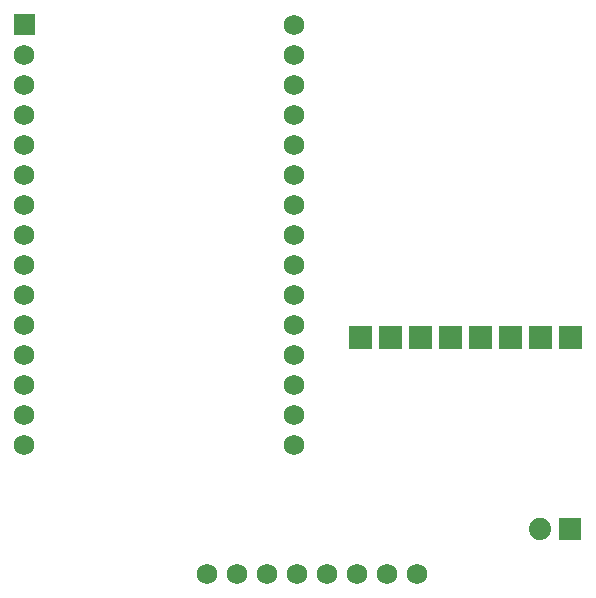
<source format=gbs>
G04 Layer: BottomSolderMaskLayer*
G04 EasyEDA v6.1.52, Mon, 08 Jul 2019 10:21:38 GMT*
G04 5413f9b5b7f849b2b35cf240694ed7f1,988ceec4d1f441188f864a740997233d,10*
G04 Gerber Generator version 0.2*
G04 Scale: 100 percent, Rotated: No, Reflected: No *
G04 Dimensions in millimeters *
G04 leading zeros omitted , absolute positions ,3 integer and 3 decimal *
%FSLAX33Y33*%
%MOMM*%
G90*
G71D02*

%ADD26C,1.727200*%
%ADD27R,1.879600X1.879600*%
%ADD28C,1.879600*%

%LPD*%
G36*
G01X31267Y33959D02*
G01X31267Y35941D01*
G01X33248Y35941D01*
G01X33248Y33959D01*
G01X31267Y33959D01*
G37*
G36*
G01X33807Y33959D02*
G01X33807Y35941D01*
G01X35788Y35941D01*
G01X35788Y33959D01*
G01X33807Y33959D01*
G37*
G36*
G01X36347Y33959D02*
G01X36347Y35941D01*
G01X38328Y35941D01*
G01X38328Y33959D01*
G01X36347Y33959D01*
G37*
G36*
G01X38887Y33959D02*
G01X38887Y35941D01*
G01X40868Y35941D01*
G01X40868Y33959D01*
G01X38887Y33959D01*
G37*
G36*
G01X41427Y33959D02*
G01X41427Y35941D01*
G01X43408Y35941D01*
G01X43408Y33959D01*
G01X41427Y33959D01*
G37*
G36*
G01X43967Y33959D02*
G01X43967Y35941D01*
G01X45948Y35941D01*
G01X45948Y33959D01*
G01X43967Y33959D01*
G37*
G36*
G01X46507Y33959D02*
G01X46507Y35941D01*
G01X48488Y35941D01*
G01X48488Y33959D01*
G01X46507Y33959D01*
G37*
G36*
G01X49047Y33959D02*
G01X49047Y35941D01*
G01X51028Y35941D01*
G01X51028Y33959D01*
G01X49047Y33959D01*
G37*
G36*
G01X2943Y60601D02*
G01X2943Y62329D01*
G01X4671Y62329D01*
G01X4671Y60601D01*
G01X2943Y60601D01*
G37*
G54D26*
G01X3810Y58928D03*
G01X3810Y56388D03*
G01X3810Y53848D03*
G01X3810Y51308D03*
G01X3810Y48768D03*
G01X3810Y46228D03*
G01X3810Y43688D03*
G01X3810Y41148D03*
G01X3810Y38608D03*
G01X3810Y36068D03*
G01X3810Y33528D03*
G01X3810Y30988D03*
G01X3810Y28448D03*
G01X3810Y25908D03*
G01X26670Y25908D03*
G01X26670Y28448D03*
G01X26670Y30988D03*
G01X26670Y33528D03*
G01X26670Y36068D03*
G01X26670Y38608D03*
G01X26670Y41148D03*
G01X26670Y43688D03*
G01X26670Y46228D03*
G01X26670Y48768D03*
G01X26670Y51308D03*
G01X26670Y53848D03*
G01X26670Y56388D03*
G01X26670Y58928D03*
G01X26670Y61468D03*
G01X37084Y14986D03*
G01X34544Y14986D03*
G01X32004Y14986D03*
G01X29464Y14986D03*
G01X26924Y14986D03*
G01X24384Y14986D03*
G01X21844Y14986D03*
G01X19304Y14986D03*
G54D27*
G01X50038Y18796D03*
G54D28*
G01X47498Y18796D03*
M00*
M02*

</source>
